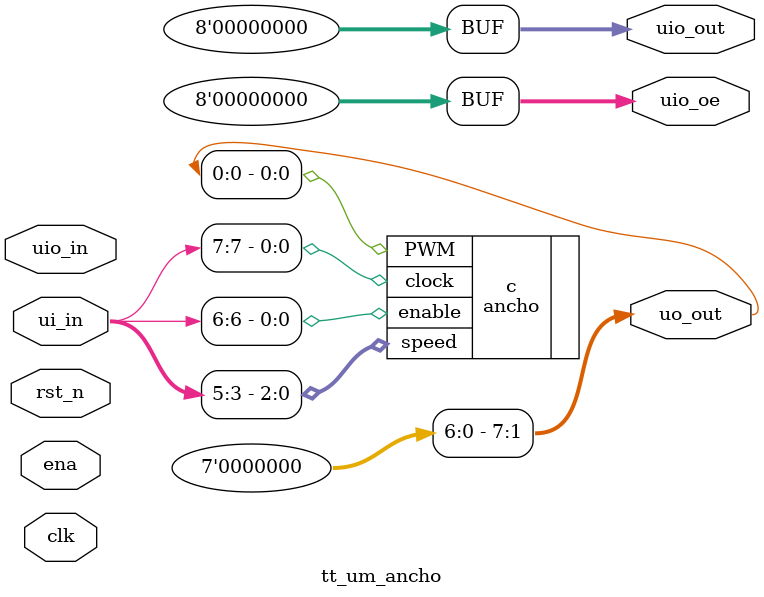
<source format=v>
/*
 * Copyright (c) 2024 Your Name
 * SPDX-License-Identifier: Apache-2.0
 */

`define MF_JA_LD none

module tt_um_ancho (
    input  wire [7:0] ui_in,    // Dedicated inputs
    output wire [7:0] uo_out,   // Dedicated outputs
    input  wire [7:0] uio_in,   // IOs: Input path
    output wire [7:0] uio_out,  // IOs: Output path
    output wire [7:0] uio_oe,   // IOs: Enable path (active high: 0=input, 1=output)
    input  wire       ena,      // will go high when the design is enabled
    input  wire       clk,      // clock
    input  wire       rst_n     // reset_n - low to reset
);
    ancho c (.clock(ui_in[7]), .enable(ui_in[6]), .speed(ui_in[5:3]), .PWM(uo_out[0]));
    assign uo_out[7:1]=7'b0000000;
    assign uio_out[7:0]=8'b00000000;
    assign uio_oe=8'b00000000;
endmodule

</source>
